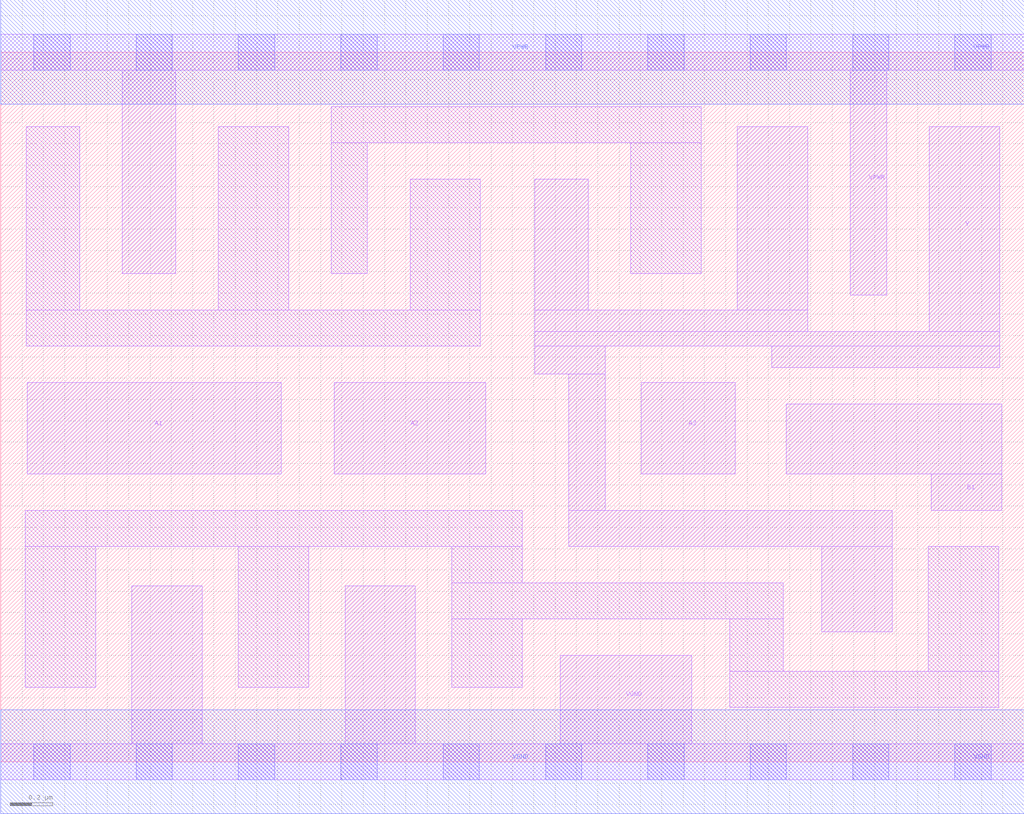
<source format=lef>
# Copyright 2020 The SkyWater PDK Authors
#
# Licensed under the Apache License, Version 2.0 (the "License");
# you may not use this file except in compliance with the License.
# You may obtain a copy of the License at
#
#     https://www.apache.org/licenses/LICENSE-2.0
#
# Unless required by applicable law or agreed to in writing, software
# distributed under the License is distributed on an "AS IS" BASIS,
# WITHOUT WARRANTIES OR CONDITIONS OF ANY KIND, either express or implied.
# See the License for the specific language governing permissions and
# limitations under the License.
#
# SPDX-License-Identifier: Apache-2.0

VERSION 5.7 ;
  NAMESCASESENSITIVE ON ;
  NOWIREEXTENSIONATPIN ON ;
  DIVIDERCHAR "/" ;
  BUSBITCHARS "[]" ;
UNITS
  DATABASE MICRONS 200 ;
END UNITS
MACRO sky130_fd_sc_ms__o31ai_2
  CLASS CORE ;
  SOURCE USER ;
  FOREIGN sky130_fd_sc_ms__o31ai_2 ;
  ORIGIN  0.000000  0.000000 ;
  SIZE  4.800000 BY  3.330000 ;
  SYMMETRY X Y ;
  SITE unit ;
  PIN A1
    ANTENNAGATEAREA  0.625200 ;
    DIRECTION INPUT ;
    USE SIGNAL ;
    PORT
      LAYER li1 ;
        RECT 0.125000 1.350000 1.315000 1.780000 ;
    END
  END A1
  PIN A2
    ANTENNAGATEAREA  0.625200 ;
    DIRECTION INPUT ;
    USE SIGNAL ;
    PORT
      LAYER li1 ;
        RECT 1.565000 1.350000 2.275000 1.780000 ;
    END
  END A2
  PIN A3
    ANTENNAGATEAREA  0.625200 ;
    DIRECTION INPUT ;
    USE SIGNAL ;
    PORT
      LAYER li1 ;
        RECT 3.005000 1.350000 3.445000 1.780000 ;
    END
  END A3
  PIN B1
    ANTENNAGATEAREA  0.625200 ;
    DIRECTION INPUT ;
    USE SIGNAL ;
    PORT
      LAYER li1 ;
        RECT 3.685000 1.350000 4.695000 1.680000 ;
        RECT 4.365000 1.180000 4.695000 1.350000 ;
    END
  END B1
  PIN Y
    ANTENNADIFFAREA  1.229800 ;
    DIRECTION OUTPUT ;
    USE SIGNAL ;
    PORT
      LAYER li1 ;
        RECT 2.505000 1.820000 2.835000 1.950000 ;
        RECT 2.505000 1.950000 4.685000 2.020000 ;
        RECT 2.505000 2.020000 3.785000 2.120000 ;
        RECT 2.505000 2.120000 2.755000 2.735000 ;
        RECT 2.665000 1.010000 4.180000 1.180000 ;
        RECT 2.665000 1.180000 2.835000 1.820000 ;
        RECT 3.455000 2.120000 3.785000 2.980000 ;
        RECT 3.615000 1.850000 4.685000 1.950000 ;
        RECT 3.850000 0.610000 4.180000 1.010000 ;
        RECT 4.355000 2.020000 4.685000 2.980000 ;
    END
  END Y
  PIN VGND
    DIRECTION INOUT ;
    USE GROUND ;
    PORT
      LAYER li1 ;
        RECT 0.000000 -0.085000 4.800000 0.085000 ;
        RECT 0.615000  0.085000 0.945000 0.825000 ;
        RECT 1.615000  0.085000 1.945000 0.825000 ;
        RECT 2.625000  0.085000 3.240000 0.500000 ;
      LAYER mcon ;
        RECT 0.155000 -0.085000 0.325000 0.085000 ;
        RECT 0.635000 -0.085000 0.805000 0.085000 ;
        RECT 1.115000 -0.085000 1.285000 0.085000 ;
        RECT 1.595000 -0.085000 1.765000 0.085000 ;
        RECT 2.075000 -0.085000 2.245000 0.085000 ;
        RECT 2.555000 -0.085000 2.725000 0.085000 ;
        RECT 3.035000 -0.085000 3.205000 0.085000 ;
        RECT 3.515000 -0.085000 3.685000 0.085000 ;
        RECT 3.995000 -0.085000 4.165000 0.085000 ;
        RECT 4.475000 -0.085000 4.645000 0.085000 ;
      LAYER met1 ;
        RECT 0.000000 -0.245000 4.800000 0.245000 ;
    END
  END VGND
  PIN VPWR
    DIRECTION INOUT ;
    USE POWER ;
    PORT
      LAYER li1 ;
        RECT 0.000000 3.245000 4.800000 3.415000 ;
        RECT 0.570000 2.290000 0.820000 3.245000 ;
        RECT 3.985000 2.190000 4.155000 3.245000 ;
      LAYER mcon ;
        RECT 0.155000 3.245000 0.325000 3.415000 ;
        RECT 0.635000 3.245000 0.805000 3.415000 ;
        RECT 1.115000 3.245000 1.285000 3.415000 ;
        RECT 1.595000 3.245000 1.765000 3.415000 ;
        RECT 2.075000 3.245000 2.245000 3.415000 ;
        RECT 2.555000 3.245000 2.725000 3.415000 ;
        RECT 3.035000 3.245000 3.205000 3.415000 ;
        RECT 3.515000 3.245000 3.685000 3.415000 ;
        RECT 3.995000 3.245000 4.165000 3.415000 ;
        RECT 4.475000 3.245000 4.645000 3.415000 ;
      LAYER met1 ;
        RECT 0.000000 3.085000 4.800000 3.575000 ;
    END
  END VPWR
  OBS
    LAYER li1 ;
      RECT 0.115000 0.350000 0.445000 1.010000 ;
      RECT 0.115000 1.010000 2.445000 1.180000 ;
      RECT 0.120000 1.950000 2.250000 2.120000 ;
      RECT 0.120000 2.120000 0.370000 2.980000 ;
      RECT 1.020000 2.120000 1.350000 2.980000 ;
      RECT 1.115000 0.350000 1.445000 1.010000 ;
      RECT 1.550000 2.290000 1.720000 2.905000 ;
      RECT 1.550000 2.905000 3.285000 3.075000 ;
      RECT 1.920000 2.120000 2.250000 2.735000 ;
      RECT 2.115000 0.350000 2.445000 0.670000 ;
      RECT 2.115000 0.670000 3.670000 0.840000 ;
      RECT 2.115000 0.840000 2.445000 1.010000 ;
      RECT 2.955000 2.290000 3.285000 2.905000 ;
      RECT 3.420000 0.255000 4.680000 0.425000 ;
      RECT 3.420000 0.425000 3.670000 0.670000 ;
      RECT 4.350000 0.425000 4.680000 1.010000 ;
  END
END sky130_fd_sc_ms__o31ai_2

</source>
